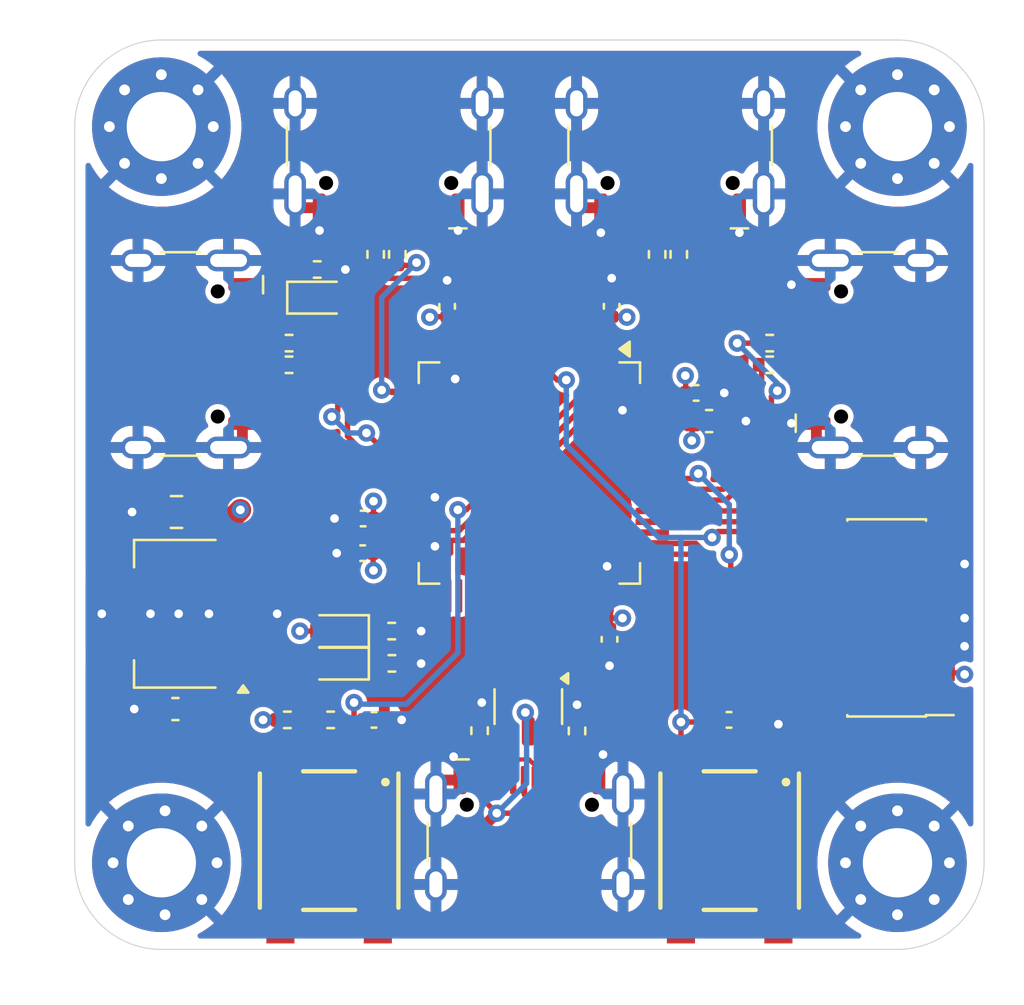
<source format=kicad_pcb>
(kicad_pcb (version 20241229) (generator "pcbnew") (generator_version "9.0")
  (layers (0 "F.Cu" signal) (4 "In1.Cu" signal) (6 "In2.Cu" signal) (2 "B.Cu" signal) (13 "F.Paste" user) (15 "B.Paste" user) (5 "F.SilkS" user "F.Silkscreen") (7 "B.SilkS" user "B.Silkscreen") (1 "F.Mask" user) (3 "B.Mask" user) (25 "Edge.Cuts" user))
  (net 0 "")
  (net 1 "GND")
  (net 2 "NRST")
  (net 3 "+3.3V")
  (net 4 "+5V")
  (net 5 "Net-(U1-PC13)")
  (net 6 "Net-(D1-K)")
  (net 7 "Net-(D2-K)")
  (net 8 "/LED")
  (net 9 "SWCLK")
  (net 10 "SWDIO")
  (net 11 "UART5_TX")
  (net 12 "Net-(D3-K)")
  (net 14 "SWO")
  (net 16 "UART5_RX")
  (net 17 "Net-(R1-Pad2)")
  (net 22 "USART1_TX")
  (net 26 "USART2_RX")
  (net 33 "USART4_RX")
  (net 34 "USART4_TX")
  (net 35 "USART1_RX")
  (net 48 "USART3_TX")
  (net 56 "USART3_RX")
  (net 60 "USART2_TX")
  (net 69 "Net-(J1-D+-PadA6)")
  (net 70 "Net-(J1-D--PadA7)")
  (net 71 "D+")
  (net 72 "D-")
  (net 74 "Net-(J2-D+-PadA6)")
  (net 76 "Net-(J2-D--PadA7)")
  (net 89 "USB_D+")
  (net 90 "USB_D-")
  (net 94 "Net-(J4-D+-PadA6)")
  (net 95 "Net-(J4-D--PadA7)")
  (net 96 "Net-(J5-D--PadA7)")
  (net 97 "Net-(J5-D+-PadA6)")
  (net 98 "Net-(J6-CC1)")
  (net 99 "Net-(J6-CC2)")
  (footprint "Capacitor_SMD:C_0402_1005Metric" (layer "F.Cu") (at 77.3 73.7 180)
    (property "Reference" "C8" (hide yes))
    (property "Value" "100n")
  )
  (footprint "MountingHole:MountingHole_3.2mm_M3_Pad_Via" (layer "F.Cu") (at 102 54)
    (property "Reference" "H2" (hide yes))
    (property "Value" "MH")
  )
  (footprint "Resistor_SMD:R_0402_1005Metric" (layer "F.Cu") (at 77.9 59.9 90)
    (property "Reference" "R7" (hide yes))
    (property "Value" "330")
  )
  (footprint "Connector_PinHeader_1.27mm:PinHeader_2x07_P1.27mm_Vertical_SMD" (layer "F.Cu") (at 101.5 76.69 180)
    (property "Reference" "J3" (hide yes))
    (property "Value" "629722000214")
  )
  (footprint "Capacitor_SMD:C_0402_1005Metric" (layer "F.Cu") (at 92.7 66.3)
    (property "Reference" "C6" (hide yes))
    (property "Value" "100n")
  )
  (footprint "Resistor_SMD:R_0402_1005Metric" (layer "F.Cu") (at 96.1 64)
    (property "Reference" "R11" (hide yes))
    (property "Value" "330")
  )
  (footprint "Capacitor_SMD:C_0402_1005Metric" (layer "F.Cu") (at 88.8 62.3 90)
    (property "Reference" "C4" (hide yes))
    (property "Value" "100n")
  )
  (footprint "430152043826:430152043826" (layer "F.Cu") (at 75.75 86.975 -90)
    (property "Reference" "SW2" (hide yes))
    (property "Value" "SW_Push")
  )
  (footprint "MountingHole:MountingHole_3.2mm_M3_Pad_Via" (layer "F.Cu") (at 102 88)
    (property "Reference" "H4" (hide yes))
    (property "Value" "MH")
  )
  (footprint "Connector_USB:USB_C_Receptacle_HCTL_HC-TYPE-C-16P-01A" (layer "F.Cu") (at 91.5 54 180)
    (property "Reference" "J4" (hide yes))
    (property "Value" "USB_C_Receptacle_USB2.0_14P")
  )
  (footprint "Capacitor_SMD:C_0402_1005Metric" (layer "F.Cu") (at 77.32 72.1 180)
    (property "Reference" "C9" (hide yes))
    (property "Value" "100n")
  )
  (footprint "LED_SMD:LED_0603_1608Metric" (layer "F.Cu") (at 76.1 77.3 180)
    (property "Reference" "D2" (hide yes))
    (property "Value" "LED_GREEN")
  )
  (footprint "Resistor_SMD:R_0402_1005Metric" (layer "F.Cu") (at 75.2 60.6)
    (property "Reference" "R3" (hide yes))
    (property "Value" "1k")
  )
  (footprint "Package_TO_SOT_SMD:SOT-223" (layer "F.Cu") (at 68.65 76.5 180)
    (property "Reference" "U2" (hide yes))
    (property "Value" "AZ1117CH2-3.3TRG1")
  )
  (footprint "Resistor_SMD:R_0402_1005Metric" (layer "F.Cu") (at 73.9 64)
    (property "Reference" "R4" (hide yes))
    (property "Value" "330")
  )
  (footprint "Resistor_SMD:R_0402_1005Metric" (layer "F.Cu") (at 91.9 59.9 -90)
    (property "Reference" "R8" (hide yes))
    (property "Value" "330")
  )
  (footprint "Package_TO_SOT_SMD:SOT-23-6" (layer "F.Cu") (at 84.949999 80.7875 -90)
    (property "Reference" "U3" (hide yes))
    (property "Value" "USBLC6-2SC6")
  )
  (footprint "Resistor_SMD:R_0402_1005Metric" (layer "F.Cu") (at 78.65 78.79)
    (property "Reference" "R13" (hide yes))
    (property "Value" "1k")
  )
  (footprint "Resistor_SMD:R_0402_1005Metric" (layer "F.Cu") (at 75.82 81.4 180)
    (property "Reference" "R2" (hide yes))
    (property "Value" "10k")
  )
  (footprint "Capacitor_SMD:C_0603_1608Metric" (layer "F.Cu") (at 68.65 80.9)
    (property "Reference" "C10" (hide yes))
    (property "Value" "10u")
  )
  (footprint "MountingHole:MountingHole_3.2mm_M3_Pad_Via" (layer "F.Cu") (at 68 54)
    (property "Reference" "H1" (hide yes))
    (property "Value" "MH")
  )
  (footprint "Connector_USB:USB_C_Receptacle_HCTL_HC-TYPE-C-16P-01A" (layer "F.Cu") (at 102 64.5 90)
    (property "Reference" "J5" (hide yes))
    (property "Value" "USB_C_Receptacle_USB2.0_14P")
  )
  (footprint "Resistor_SMD:R_0402_1005Metric" (layer "F.Cu") (at 73.82 81.4)
    (property "Reference" "R1" (hide yes))
    (property "Value" "10k")
  )
  (footprint "Connector_USB:USB_C_Receptacle_HCTL_HC-TYPE-C-16P-01A" (layer "F.Cu") (at 85 87.925)
    (property "Reference" "J6" (hide yes))
    (property "Value" "USB_C_Receptacle_USB2.0_14P")
  )
  (footprint "Capacitor_SMD:C_0402_1005Metric" (layer "F.Cu") (at 77.82 81.4)
    (property "Reference" "C5" (hide yes))
    (property "Value" "10n")
  )
  (footprint "Capacitor_SMD:C_0603_1608Metric" (layer "F.Cu") (at 93.3 67.6)
    (property "Reference" "C1" (hide yes))
    (property "Value" "4u7")
  )
  (footprint "LED_SMD:LED_0603_1608Metric" (layer "F.Cu") (at 76.1 78.8 180)
    (property "Reference" "D3" (hide yes))
    (property "Value" "LED_RED")
  )
  (footprint "Capacitor_SMD:C_0402_1005Metric" (layer "F.Cu") (at 94.22 81.4)
    (property "Reference" "C3" (hide yes))
    (property "Value" "100n")
  )
  (footprint "Resistor_SMD:R_0402_1005Metric" (layer "F.Cu") (at 78.9 59.9 -90)
    (property "Reference" "R6" (hide yes))
    (property "Value" "330")
  )
  (footprint "MountingHole:MountingHole_3.2mm_M3_Pad_Via" (layer "F.Cu") (at 68.171573 88)
    (property "Reference" "H3" (hide yes))
    (property "Value" "MH")
  )
  (footprint "430152043826:430152043826" (layer "F.Cu") (at 94.25 86.975 -90)
    (property "Reference" "SW1" (hide yes))
    (property "Value" "SW_Push")
  )
  (footprint "Connector_USB:USB_C_Receptacle_HCTL_HC-TYPE-C-16P-01A" (layer "F.Cu") (at 68 64.5 -90)
    (property "Reference" "J1" (hide yes))
    (property "Value" "USB_C_Receptacle_USB2.0_14P")
  )
  (footprint "Package_QFP:LQFP-64_10x10mm_P0.5mm" (layer "F.Cu") (at 85 70 -90)
    (property "Reference" "U1" (hide yes))
    (property "Value" "STM32G474RETx")
  )
  (footprint "Resistor_SMD:R_0402_1005Metric" (layer "F.Cu") (at 73.9 65 180)
    (property "Reference" "R5" (hide yes))
    (property "Value" "330")
  )
  (footprint "Resistor_SMD:R_0402_1005Metric" (layer "F.Cu") (at 78.64 77.3)
    (property "Reference" "R12" (hide yes))
    (property "Value" "1k")
  )
  (footprint "Connector_USB:USB_C_Receptacle_HCTL_HC-TYPE-C-16P-01A" (layer "F.Cu") (at 78.5 54 180)
    (property "Reference" "J2" (hide yes))
    (property "Value" "USB_C_Receptacle_USB2.0_14P")
  )
  (footprint "Capacitor_SMD:C_0402_1005Metric" (layer "F.Cu") (at 88.7 77.68 -90)
    (property "Reference" "C7" (hide yes))
    (property "Value" "100n")
  )
  (footprint "Resistor_SMD:R_0402_1005Metric" (layer "F.Cu") (at 96.1 65 180)
    (property "Reference" "R10" (hide yes))
    (property "Value" "330")
  )
  (footprint "Capacitor_SMD:C_0402_1005Metric" (layer "F.Cu") (at 81.2 62.3 90)
    (property "Reference" "C2" (hide yes))
    (property "Value" "100n")
  )
  (footprint "Resistor_SMD:R_0402_1005Metric" (layer "F.Cu") (at 87.2 81.91 -90)
    (property "Reference" "R15" (hide yes))
    (property "Value" "5k1")
  )
  (footprint "Resistor_SMD:R_0402_1005Metric" (layer "F.Cu") (at 90.9 59.9 90)
    (property "Reference" "R9" (hide yes))
    (property "Value" "330")
  )
  (footprint "LED_SMD:LED_0603_1608Metric" (layer "F.Cu") (at 75.3 61.9)
    (property "Reference" "D1" (hide yes))
    (property "Value" "LED_RED")
  )
  (footprint "Capacitor_SMD:C_0805_2012Metric" (layer "F.Cu") (at 68.7 71.8 180)
    (property "Reference" "C11" (hide yes))
    (property "Value" "22u")
  )
  (footprint "Resistor_SMD:R_0402_1005Metric" (layer "F.Cu") (at 82.7 81.9 -90)
    (property "Reference" "R14" (hide yes))
    (property "Value" "5k1")
  )
  (gr_line (start 64 88) (end 64 54) (stroke (width 0.05)) (layer "Edge.Cuts"))
  (gr_arc (start 102 50) (mid 104.828427 51.171573) (end 106 54) (stroke (width 0.05)) (layer "Edge.Cuts"))
  (gr_line (start 68 50) (end 102 50) (stroke (width 0.05)) (layer "Edge.Cuts"))
  (gr_line (start 106 54) (end 106 88) (stroke (width 0.05)) (layer "Edge.Cuts"))
  (gr_arc (start 106 88) (mid 104.828427 90.828427) (end 102 92) (stroke (width 0.05)) (layer "Edge.Cuts"))
  (gr_arc (start 64 54) (mid 65.171573 51.171573) (end 68 50) (stroke (width 0.05)) (layer "Edge.Cuts"))
  (gr_arc (start 68 92) (mid 65.171573 90.828427) (end 64 88) (stroke (width 0.05)) (layer "Edge.Cuts"))
  (gr_line (start 102 92) (end 68 92) (stroke (width 0.05)) (layer "Edge.Cuts"))
  (segment (start 105.06 77.96) (end 105.1 78) (width 0.25) (layer "F.Cu") (net 1))
  (segment (start 78 83) (end 78 81.7) (width 0.25) (layer "F.Cu") (net 1))
  (segment (start 79.99 78.79) (end 80 78.8) (width 0.25) (layer "F.Cu") (net 1))
  (segment (start 84.949999 80.039823) (end 85.610176 80.7) (width 0.25) (layer "F.Cu") (net 1))
  (segment (start 85.610176 80.7) (end 87.2 80.7) (width 0.25) (layer "F.Cu") (net 1))
  (segment (start 89.3 67.1) (end 89.3 67.011056) (width 0.25) (layer "F.Cu") (net 1))
  (segment (start 81.75 65.476485) (end 81.571571 65.654914) (width 0.25) (layer "F.Cu") (net 1))
  (segment (start 79.325 73.25) (end 80.50091 73.25) (width 0.25) (layer "F.Cu") (net 1))
  (segment (start 80.502681 71.249999) (end 80.634476 71.118204) (width 0.25) (layer "F.Cu") (net 1))
  (segment (start 89.561056 66.75) (end 90.675 66.75) (width 0.25) (layer "F.Cu") (net 1))
  (segment (start 89.3 67.011056) (end 89.561056 66.75) (width 0.25) (layer "F.Cu") (net 1))
  (segment (start 75.71 60.6) (end 76.5 60.6) (width 0.25) (layer "F.Cu") (net 1))
  (segment (start 96.5 83) (end 96.5 81.6) (width 0.25) (layer "F.Cu") (net 1))
  (segment (start 93.18 66.3) (end 94 66.3) (width 0.25) (layer "F.Cu") (net 1))
  (segment (start 88.7 78.16) (end 88.7 78.9) (width 0.25) (layer "F.Cu") (net 1))
  (segment (start 80.50091 73.25) (end 80.63615 73.38524) (width 0.25) (layer "F.Cu") (net 1))
  (segment (start 103.45 76.69) (end 105.09 76.69) (width 0.25) (layer "F.Cu") (net 1))
  (segment (start 75.306822 57.745) (end 75.306822 58.8) (width 0.25) (layer "F.Cu") (net 1))
  (segment (start 82.7 80.7) (end 82.8 80.6) (width 0.25) (layer "F.Cu") (net 1))
  (segment (start 84.949999 79.65) (end 84.949999 80.039823) (width 0.25) (layer "F.Cu") (net 1))
  (segment (start 78 81.7) (end 78.3 81.4) (width 0.25) (layer "F.Cu") (net 1))
  (segment (start 79.16 78.79) (end 79.99 78.79) (width 0.25) (layer "F.Cu") (net 1))
  (segment (start 88.3 57.745) (end 88.3 58.9) (width 0.25) (layer "F.Cu") (net 1))
  (segment (start 78.3 81.4) (end 79.1 81.4) (width 0.25) (layer "F.Cu") (net 1))
  (segment (start 98.255 67.7) (end 97.1 67.7) (width 0.25) (layer "F.Cu") (net 1))
  (segment (start 81.706822 57.745) (end 81.706822 58.8) (width 0.25) (layer "F.Cu") (net 1))
  (segment (start 67.875 80.9) (end 66.75 80.9) (width 0.25) (layer "F.Cu") (net 1))
  (segment (start 81.75 64.325) (end 81.75 65.476485) (width 0.25) (layer "F.Cu") (net 1))
  (segment (start 94.7 57.745) (end 94.7 58.9) (width 0.25) (layer "F.Cu") (net 1))
  (segment (start 67.75 71.8) (end 66.65 71.8) (width 0.25) (layer "F.Cu") (net 1))
  (segment (start 68.8 76.5) (end 67.5 76.5) (width 1) (layer "F.Cu") (net 1))
  (segment (start 88.8 61.82) (end 88.8 61) (width 0.25) (layer "F.Cu") (net 1))
  (segment (start 88.25 75.675) (end 88.25 74.642497) (width 0.25) (layer "F.Cu") (net 1))
  (segment (start 79.15 77.3) (end 80 77.3) (width 0.25) (layer "F.Cu") (net 1))
  (segment (start 94.075 67.6) (end 95 67.6) (width 0.25) (layer "F.Cu") (net 1))
  (segment (start 81.8 84.18) (end 81.8 83.4) (width 0.25) (layer "F.Cu") (net 1))
  (segment (start 65.3 76.5) (end 65.25 76.5) (width 0.25) (layer "F.Cu") (net 1))
  (segment (start 88.25 74.642497) (end 88.587065 74.305432) (width 0.25) (layer "F.Cu") (net 1))
  (segment (start 81.8 83.4) (end 81.5 83.1) (width 0.25) (layer "F.Cu") (net 1))
  (segment (start 67.5 76.5) (end 65.5 76.5) (width 1) (layer "F.Cu") (net 1))
  (segment (start 105.09 76.69) (end 105.1 76.7) (width 0.25) (layer "F.Cu") (net 1))
  (segment (start 105.05 74.15) (end 105.1 74.2) (width 0.25) (layer "F.Cu") (net 1))
  (segment (start 71.8 76.5) (end 70.2 76.5) (width 1) (layer "F.Cu") (net 1))
  (segment (start 88.2 84.18) (end 88.2 83.2) (width 0.25) (layer "F.Cu") (net 1))
  (segment (start 72 76.5) (end 73.35 76.5) (width 0.25) (layer "F.Cu") (net 1))
  (segment (start 81.2 61.82) (end 81.2 61.1) (width 0.25) (layer "F.Cu") (net 1))
  (segment (start 88.2 83.2) (end 88.4 83) (width 0.25) (layer "F.Cu") (net 1))
  (segment (start 76.84 72.1) (end 76 72.1) (width 0.25) (layer "F.Cu") (net 1))
  (segment (start 98.255 61.3) (end 97.1 61.3) (width 0.25) (layer "F.Cu") (net 1))
  (segment (start 87.2 81.4) (end 87.2 80.7) (width 0.25) (layer "F.Cu") (net 1))
  (segment (start 96.5 81.6) (end 94.9 81.6) (width 0.25) (layer "F.Cu") (net 1))
  (segment (start 76.82 73.7) (end 76.1 73.7) (width 0.25) (layer "F.Cu") (net 1))
  (segment (start 94.9 81.6) (end 94.7 81.4) (width 0.25) (layer "F.Cu") (net 1))
  (segment (start 103.45 74.15) (end 105.05 74.15) (width 0.25) (layer "F.Cu") (net 1))
  (segment (start 70.2 76.5) (end 68.8 76.5) (width 1) (layer "F.Cu") (net 1))
  (segment (start 82.7 81.39) (end 82.7 80.7) (width 0.25) (layer "F.Cu") (net 1))
  (segment (start 79.325 71.249999) (end 80.502681 71.249999) (width 0.25) (layer "F.Cu") (net 1))
  (segment (start 103.45 77.96) (end 105.06 77.96) (width 0.25) (layer "F.Cu") (net 1))
  (via (at 94 66.3) (size 0.8) (drill 0.4) (layers "F.Cu" "B.Cu") (net 1))
  (via (at 87.2 80.7) (size 0.8) (drill 0.4) (layers "F.Cu" "B.Cu") (net 1))
  (via (at 73.35 76.5) (size 0.8) (drill 0.4) (layers "F.Cu" "B.Cu") (net 1))
  (via (at 66.65 71.8) (size 0.8) (drill 0.4) (layers "F.Cu" "B.Cu") (net 1))
  (via (at 88.3 58.9) (size 0.8) (drill 0.4) (layers "F.Cu" "B.Cu") (net 1))
  (via (at 88.7 78.9) (size 0.8) (drill 0.4) (layers "F.Cu" "B.Cu") (net 1))
  (via (at 89.3 67.1) (size 0.8) (drill 0.4) (layers "F.Cu" "B.Cu") (net 1))
  (via (at 97.1 61.3) (size 0.8) (drill 0.4) (layers "F.Cu" "B.Cu") (net 1))
  (via (at 88.4 83) (size 0.8) (drill 0.4) (layers "F.Cu" "B.Cu") (net 1))
  (via (at 105.1 76.7) (size 0.8) (drill 0.4) (layers "F.Cu" "B.Cu") (net 1))
  (via (at 105.1 78) (size 0.8) (drill 0.4) (layers "F.Cu" "B.Cu") (net 1))
  (via (at 81.5 83.1) (size 0.8) (drill 0.4) (layers "F.Cu" "B.Cu") (net 1))
  (via (at 80.63615 73.38524) (size 0.8) (drill 0.4) (layers "F.Cu" "B.Cu") (net 1))
  (via (at 96.5 81.6) (size 0.8) (drill 0.4) (layers "F.Cu" "B.Cu") (net 1))
  (via (at 67.5 76.5) (size 0.8) (drill 0.4) (layers "F.Cu" "B.Cu") (net 1))
  (via (at 80 78.8) (size 0.8) (drill 0.4) (layers "F.Cu" "B.Cu") (net 1))
  (via (at 75.306822 58.8) (size 0.8) (drill 0.4) (layers "F.Cu" "B.Cu") (net 1))
  (via (at 81.706822 58.8) (size 0.8) (drill 0.4) (layers "F.Cu" "B.Cu") (net 1))
  (via (at 82.8 80.6) (size 0.8) (drill 0.4) (layers "F.Cu" "B.Cu") (net 1))
  (via (at 105.1 74.2) (size 0.8) (drill 0.4) (layers "F.Cu" "B.Cu") (net 1))
  (via (at 70.2 76.5) (size 0.8) (drill 0.4) (layers "F.Cu" "B.Cu") (net 1))
  (via (at 68.8 76.5) (size 0.8) (drill 0.4) (layers "F.Cu" "B.Cu") (net 1))
  (via (at 80.634476 71.118204) (size 0.8) (drill 0.4) (layers "F.Cu" "B.Cu") (net 1))
  (via (at 66.75 80.9) (size 0.8) (drill 0.4) (layers "F.Cu" "B.Cu") (net 1))
  (via (at 94.7 58.9) (size 0.8) (drill 0.4) (layers "F.Cu" "B.Cu") (net 1))
  (via (at 88.8 61) (size 0.8) (drill 0.4) (layers "F.Cu" "B.Cu") (net 1))
  (via (at 81.2 61.1) (size 0.8) (drill 0.4) (layers "F.Cu" "B.Cu") (net 1))
  (via (at 97.1 67.7) (size 0.8) (drill 0.4) (layers "F.Cu" "B.Cu") (net 1))
  (via (at 80 77.3) (size 0.8) (drill 0.4) (layers "F.Cu" "B.Cu") (net 1))
  (via (at 76.5 60.6) (size 0.8) (drill 0.4) (layers "F.Cu" "B.Cu") (net 1))
  (via (at 88.587065 74.305432) (size 0.8) (drill 0.4) (layers "F.Cu" "B.Cu") (net 1))
  (via (at 65.25 76.5) (size 0.8) (drill 0.4) (layers "F.Cu" "B.Cu") (net 1))
  (via (at 95 67.6) (size 0.8) (drill 0.4) (layers "F.Cu" "B.Cu") (net 1))
  (via (at 76.1 73.7) (size 0.8) (drill 0.4) (layers "F.Cu" "B.Cu") (net 1))
  (via (at 76 72.1) (size 0.8) (drill 0.4) (layers "F.Cu" "B.Cu") (net 1))
  (via (at 81.571571 65.654914) (size 0.8) (drill 0.4) (layers "F.Cu" "B.Cu") (net 1))
  (via (at 79.1 81.4) (size 0.8) (drill 0.4) (layers "F.Cu" "B.Cu") (net 1))
  (segment (start 92 83) (end 92 81.5) (width 0.25) (layer "F.Cu") (net 2))
  (segment (start 93.712113 72.701) (end 93.438114 72.974999) (width 0.25) (layer "F.Cu") (net 2))
  (segment (start 86.280821 65.7) (end 86.702557 65.7) (width 0.25) (layer "F.Cu") (net 2))
  (segment (start 92 81.5) (end 93.64 81.5) (width 0.25) (layer "F.Cu") (net 2))
  (segment (start 97.26319 72.701) (end 93.712113 72.701) (width 0.25) (layer "F.Cu") (net 2))
  (segment (start 99.55 74.15) (end 98.71219 74.15) (width 0.25) (layer "F.Cu") (net 2))
  (segment (start 85.75 65.169179) (end 86.280821 65.7) (width 0.25) (layer "F.Cu") (net 2))
  (segment (start 85.75 64.325) (end 85.75 65.169179) (width 0.25) (layer "F.Cu") (net 2))
  (segment (start 98.71219 74.15) (end 97.26319 72.701) (width 0.25) (layer "F.Cu") (net 2))
  (segment (start 93.64 81.5) (end 93.74 81.4) (width 0.25) (layer "F.Cu") (net 2))
  (via (at 93.438114 72.974999) (size 0.8) (drill 0.4) (layers "F.Cu" "B.Cu") (net 2))
  (via (at 86.702557 65.7) (size 0.8) (drill 0.4) (layers "F.Cu" "B.Cu") (net 2))
  (via (at 92 81.5) (size 0.8) (drill 0.4) (layers "F.Cu" "B.Cu") (net 2))
  (segment (start 93.438114 72.974999) (end 92 72.974999) (width 0.25) (layer "B.Cu") (net 2))
  (segment (start 86.702557 68.702557) (end 86.702557 65.7) (width 0.25) (layer "B.Cu") (net 2))
  (segment (start 92 72.974999) (end 90.974999 72.974999) (width 0.25) (layer "B.Cu") (net 2))
  (segment (start 90.974999 72.974999) (end 86.702557 68.702557) (width 0.25) (layer "B.Cu") (net 2))
  (segment (start 92 81.5) (end 92 72.974999) (width 0.25) (layer "B.Cu") (net 2))
  (segment (start 88.8 64.274999) (end 88.749999 64.325) (width 0.25) (layer "F.Cu") (net 3))
  (segment (start 70.6 72.75) (end 72 74.15) (width 1) (layer "F.Cu") (net 3))
  (segment (start 88.749999 77.150001) (end 88.749999 76.7) (width 0.25) (layer "F.Cu") (net 3))
  (segment (start 103.45 79.23) (end 105.03 79.23) (width 0.25) (layer "F.Cu") (net 3))
  (segment (start 81.2 64.274999) (end 81.250001 64.325) (width 0.25) (layer "F.Cu") (net 3))
  (segment (start 81.2 62.78) (end 81.2 64.274999) (width 0.25) (layer "F.Cu") (net 3))
  (segment (start 81.2 62.78) (end 80.42 62.78) (width 0.25) (layer "F.Cu") (net 3))
  (segment (start 88.8 62.78) (end 89.48 62.78) (width 0.25) (layer "F.Cu") (net 3))
  (segment (start 70.6 72.75) (end 71.65 71.7) (width 1) (layer "F.Cu") (net 3))
  (segment (start 88.8 62.78) (end 88.8 64.274999) (width 0.25) (layer "F.Cu") (net 3))
  (segment (start 92.22 67.295) (end 92.525 67.6) (width 0.25) (layer "F.Cu") (net 3))
  (segment (start 105.03 79.23) (end 105.1 79.3) (width 0.25) (layer "F.Cu") (net 3))
  (segment (start 88.7 77.2) (end 88.749999 77.150001) (width 0.25) (layer "F.Cu") (net 3))
  (segment (start 77.78 74.48) (end 77.8 74.5) (width 0.25) (layer "F.Cu") (net 3))
  (segment (start 89.48 62.78) (end 89.5 62.8) (width 0.25) (layer "F.Cu") (net 3))
  (segment (start 80.42 62.78) (end 80.4 62.8) (width 0.25) (layer "F.Cu") (net 3))
  (segment (start 92.22 66.3) (end 92.22 65.52) (width 0.25) (layer "F.Cu") (net 3))
  (segment (start 73.31 81.4) (end 72.7 81.4) (width 0.25) (layer "F.Cu") (net 3))
  (segment (start 77.78 73.7) (end 77.78 74.48) (width 0.25) (layer "F.Cu") (net 3))
  (segment (start 88.749999 76.7) (end 88.749999 75.675) (width 0.25) (layer "F.Cu") (net 3))
  (segment (start 79.325 72.25) (end 77.95 72.25) (width 0.25) (layer "F.Cu") (net 3))
  (segment (start 92.525 67.6) (end 92.525 68.475) (width 0.25) (layer "F.Cu") (net 3))
  (segment (start 92.22 66.3) (end 92.170001 66.250001) (width 0.25) (layer "F.Cu") (net 3))
  (segment (start 92.22 66.3) (end 92.22 67.295) (width 0.25) (layer "F.Cu") (net 3))
  (segment (start 88.749999 76.7) (end 89.3 76.7) (width 0.25) (layer "F.Cu") (net 3))
  (segment (start 77.95 72.25) (end 77.8 72.1) (width 0.25) (layer "F.Cu") (net 3))
  (segment (start 69.65 71.8) (end 70.6 72.75) (width 1) (layer "F.Cu") (net 3))
  (segment (start 72 74.15) (end 72 74.2) (width 0.25) (layer "F.Cu") (net 3))
  (segment (start 92.525 68.475) (end 92.5 68.5) (width 0.25) (layer "F.Cu") (net 3))
  (segment (start 92.170001 66.250001) (end 90.675 66.250001) (width 0.25) (layer "F.Cu") (net 3))
  (segment (start 75.3125 77.3) (end 74.4 77.3) (width 0.25) (layer "F.Cu") (net 3))
  (segment (start 77.78 73.7) (end 77.829999 73.749999) (width 0.25) (layer "F.Cu") (net 3))
  (segment (start 92.22 65.52) (end 92.2 65.5) (width 0.25) (layer "F.Cu") (net 3))
  (segment (start 77.8 72.1) (end 77.8 71.3) (width 0.25) (layer "F.Cu") (net 3))
  (segment (start 77.829999 73.749999) (end 79.325 73.749999) (width 0.25) (layer "F.Cu") (net 3))
  (via (at 77.8 74.5) (size 0.8) (drill 0.4) (layers "F.Cu" "B.Cu") (net 3))
  (via (at 80.4 62.8) (size 0.8) (drill 0.4) (layers "F.Cu" "B.Cu") (net 3))
  (via (at 92.5 68.5) (size 0.8) (drill 0.4) (layers "F.Cu" "B.Cu") (net 3))
  (via (at 89.5 62.8) (size 0.8) (drill 0.4) (layers "F.Cu" "B.Cu") (net 3))
  (via (at 74.4 77.3) (size 0.8) (drill 0.4) (layers "F.Cu" "B.Cu") (net 3))
  (via (at 89.3 76.7) (size 0.8) (drill 0.4) (layers "F.Cu" "B.Cu") (net 3))
  (via (at 72.7 81.4) (size 0.8) (drill 0.4) (layers "F.Cu" "B.Cu") (net 3))
  (via (at 77.8 71.3) (size 0.8) (drill 0.4) (layers "F.Cu" "B.Cu") (net 3))
  (via (at 71.65 71.7) (size 0.8) (drill 0.4) (layers "F.Cu" "B.Cu") (net 3))
  (via (at 92.2 65.5) (size 0.8) (drill 0.4) (layers "F.Cu" "B.Cu") (net 3))
  (via (at 105.1 79.3) (size 0.8) (drill 0.4) (layers "F.Cu" "B.Cu") (net 3))
  (segment (start 69.9 80.9) (end 69.425 80.9) (width 1) (layer "F.Cu") (net 4))
  (segment (start 83.492046 85.710682) (end 82.502728 86.7) (width 0.5) (layer "F.Cu") (net 4))
  (segment (start 69.425 82.625) (end 69.425 80.9) (width 0.5) (layer "F.Cu") (net 4))
  (segment (start 82.6 84.818636) (end 82.6 84.18) (width 0.25) (layer "F.Cu") (net 4))
  (segment (start 73.5 86.7) (end 69.425 82.625) (width 0.5) (layer "F.Cu") (net 4))
  (segment (start 75.3125 78.8) (end 71.8 78.8) (width 0.25) (layer "F.Cu") (net 4))
  (segment (start 84.81186 81.055619) (end 84.949999 81.193758) (width 0.25) (layer "F.Cu") (net 4))
  (segment (start 86.507954 85.710682) (end 83.492046 85.710682) (width 0.25) (layer "F.Cu") (net 4))
  (segment (start 87.4 84.818636) (end 86.507954 85.710682) (width 0.25) (layer "F.Cu") (net 4))
  (segment (start 87.4 84.18) (end 87.4 84.818636) (width 0.25) (layer "F.Cu") (net 4))
  (segment (start 82.502728 86.7) (end 73.5 86.7) (width 0.5) (layer "F.Cu") (net 4))
  (segment (start 72 78.8) (end 69.9 80.9) (width 1) (layer "F.Cu") (net 4))
  (segment (start 83.492046 85.710682) (end 82.6 84.818636) (width 0.25) (layer "F.Cu") (net 4))
  (segment (start 84.949999 81.193758) (end 84.949999 81.925) (width 0.25) (layer "F.Cu") (net 4))
  (via (at 84.81186 81.055619) (size 0.8) (drill 0.4) (layers "F.Cu" "B.Cu") (net 4))
  (via (at 83.492046 85.710682) (size 0.8) (drill 0.4) (layers "F.Cu" "B.Cu") (net 4))
  (segment (start 84.81186 81.055619) (end 84.870343 81.114102) (width 0.25) (layer "B.Cu") (net 4))
  (segment (start 84.870343 84.332385) (end 83.492046 85.710682) (width 0.25) (layer "B.Cu") (net 4))
  (segment (start 84.870343 81.114102) (end 84.870343 84.332385) (width 0.25) (layer "B.Cu") (net 4))
  (segment (start 76.7 81.4) (end 76.33 81.4) (width 0.25) (layer "F.Cu") (net 5))
  (segment (start 77.34 81.4) (end 76.9 81.4) (width 0.25) (layer "F.Cu") (net 5))
  (segment (start 82.084432 71.696935) (end 88.25 65.531367) (width 0.25) (layer "F.Cu") (net 5))
  (segment (start 81.696935 71.696935) (end 82.084432 71.696935) (width 0.25) (layer "F.Cu") (net 5))
  (segment (start 76.9 81.4) (end 76.9 80.6) (width 0.25) (layer "F.Cu") (net 5))
  (segment (start 88.25 65.531367) (end 88.25 64.325) (width 0.25) (layer "F.Cu") (net 5))
  (segment (start 76.9 81.4) (end 76.7 81.4) (width 0.25) (layer "F.Cu") (net 5))
  (via (at 81.696935 71.696935) (size 0.8) (drill 0.4) (layers "F.Cu" "B.Cu") (net 5))
  (via (at 76.9 80.6) (size 0.8) (drill 0.4) (layers "F.Cu" "B.Cu") (net 5))
  (segment (start 81.696935 71.696935) (end 81.696935 78.303065) (width 0.25) (layer "B.Cu") (net 5))
  (segment (start 81.696935 78.303065) (end 79.326 80.674) (width 0.25) (layer "B.Cu") (net 5))
  (segment (start 76.974 80.674) (end 76.9 80.6) (width 0.25) (layer "B.Cu") (net 5))
  (segment (start 79.326 80.674) (end 79 80.674) (width 0.25) (layer "B.Cu") (net 5))
  (segment (start 79 80.674) (end 76.974 80.674) (width 0.25) (layer "B.Cu") (net 5))
  (segment (start 74.69 60.6) (end 74.69 61.7225) (width 0.25) (layer "F.Cu") (net 6))
  (segment (start 74.69 61.7225) (end 74.5125 61.9) (width 0.25) (layer "F.Cu") (net 6))
  (segment (start 76.8875 77.3) (end 78.13 77.3) (width 0.25) (layer "F.Cu") (net 7))
  (segment (start 77.2 63.0125) (end 76.0875 61.9) (width 0.25) (layer "F.Cu") (net 8))
  (segment (start 79.325 67.75) (end 78.480822 67.75) (width 0.25) (layer "F.Cu") (net 8))
  (segment (start 77.2 66.469178) (end 77.2 63.0125) (width 0.25) (layer "F.Cu") (net 8))
  (segment (start 78.480822 67.75) (end 77.2 66.469178) (width 0.25) (layer "F.Cu") (net 8))
  (segment (start 93.851 75.38881) (end 95.60319 77.141) (width 0.25) (layer "F.Cu") (net 9))
  (segment (start 98.06 77.96) (end 99.55 77.96) (width 0.25) (layer "F.Cu") (net 9))
  (segment (start 97.241 77.141) (end 98.06 77.96) (width 0.25) (layer "F.Cu") (net 9))
  (segment (start 93.505558 74.069162) (end 93.851 74.414604) (width 0.25) (layer "F.Cu") (net 9))
  (segment (start 92.68781 73.25) (end 93.505558 74.067748) (width 0.25) (layer "F.Cu") (net 9))
  (segment (start 93.851 74.414604) (end 93.851 75.38881) (width 0.25) (layer "F.Cu") (net 9))
  (segment (start 93.505558 74.067748) (end 93.505558 74.069162) (width 0.25) (layer "F.Cu") (net 9))
  (segment (start 95.60319 77.141) (end 97.241 77.141) (width 0.25) (layer "F.Cu") (net 9))
  (segment (start 90.699 73.226) (end 90.675 73.25) (width 0.25) (layer "F.Cu") (net 9))
  (segment (start 90.675 73.25) (end 92.68781 73.25) (width 0.25) (layer "F.Cu") (net 9))
  (segment (start 90.675 73.749999) (end 90.698999 73.726) (width 0.25) (layer "F.Cu") (net 10))
  (segment (start 93.4 74.601414) (end 93.4 75.57562) (width 0.25) (layer "F.Cu") (net 10))
  (segment (start 98.33 79.23) (end 99.55 79.23) (width 0.25) (layer "F.Cu") (net 10))
  (segment (start 90.675 73.749999) (end 92.549999 73.749999) (width 0.25) (layer "F.Cu") (net 10))
  (segment (start 92.549999 73.749999) (end 93.054558 74.254558) (width 0.25) (layer "F.Cu") (net 10))
  (segment (start 93.054558 74.254558) (end 93.054558 74.255972) (width 0.25) (layer "F.Cu") (net 10))
  (segment (start 93.4 75.57562) (end 95.41638 77.592) (width 0.25) (layer "F.Cu") (net 10))
  (segment (start 95.41638 77.592) (end 96.692 77.592) (width 0.25) (layer "F.Cu") (net 10))
  (segment (start 93.054558 74.255972) (end 93.4 74.601414) (width 0.25) (layer "F.Cu") (net 10))
  (segment (start 96.692 77.592) (end 98.33 79.23) (width 0.25) (layer "F.Cu") (net 10))
  (segment (start 94.087811 71.249999) (end 96.177 69.16081) (width 0.25) (layer "F.Cu") (net 11))
  (segment (start 96.177 66.474) (end 96.451 66.2) (width 0.25) (layer "F.Cu") (net 11))
  (segment (start 96.177 69.16081) (end 96.177 66.474) (width 0.25) (layer "F.Cu") (net 11))
  (segment (start 94.6 64) (end 95.59 64) (width 0.25) (layer "F.Cu") (net 11))
  (segment (start 90.675 71.249999) (end 94.087811 71.249999) (width 0.25) (layer "F.Cu") (net 11))
  (via (at 96.451 66.2) (size 0.8) (drill 0.4) (layers "F.Cu" "B.Cu") (net 11))
  (via (at 94.6 64) (size 0.8) (drill 0.4) (layers "F.Cu" "B.Cu") (net 11))
  (segment (start 96.451 65.851) (end 94.6 64) (width 0.25) (layer "B.Cu") (net 11))
  (segment (start 96.451 66.2) (end 96.451 65.851) (width 0.25) (layer "B.Cu") (net 11))
  (segment (start 76.8875 78.8) (end 78.13 78.8) (width 0.25) (layer "F.Cu") (net 12))
  (segment (start 78.13 78.8) (end 78.14 78.79) (width 0.25) (layer "F.Cu") (net 12))
  (segment (start 95.79 76.69) (end 94.302 75.202) (width 0.25) (layer "F.Cu") (net 14))
  (segment (start 99.55 76.69) (end 95.79 76.69) (width 0.25) (layer "F.Cu") (net 14))
  (segment (start 94.302 73.838884) (end 94.231558 73.768442) (width 0.25) (layer "F.Cu") (net 14))
  (segment (start 94.302 75.202) (end 94.302 73.838884) (width 0.25) (layer "F.Cu") (net 14))
  (segment (start 92.575 70.25) (end 90.675 70.25) (width 0.25) (layer "F.Cu") (net 14))
  (segment (start 92.8 70.025) (end 92.575 70.25) (width 0.25) (layer "F.Cu") (net 14))
  (via (at 92.8 70.025) (size 0.8) (drill 0.4) (layers "F.Cu" "B.Cu") (net 14))
  (via (at 94.231558 73.768442) (size 0.8) (drill 0.4) (layers "F.Cu" "B.Cu") (net 14))
  (segment (start 94.231558 71.456558) (end 92.8 70.025) (width 0.25) (layer "B.Cu") (net 14))
  (segment (start 94.231558 73.768442) (end 94.231558 71.456558) (width 0.25) (layer "B.Cu") (net 14))
  (segment (start 90.675 70.75) (end 93.95 70.75) (width 0.25) (layer "F.Cu") (net 16))
  (segment (start 93.95 70.75) (end 95.726 68.974) (width 0.25) (layer "F.Cu") (net 16))
  (segment (start 95.726 65.136) (end 95.59 65) (width 0.25) (layer "F.Cu") (net 16))
  (segment (start 95.726 68.974) (end 95.726 65.136) (width 0.25) (layer "F.Cu") (net 16))
  (segment (start 74.33 81.4) (end 74.33 82.17) (width 0.25) (layer "F.Cu") (net 17))
  (segment (start 75.31 81.4) (end 74.33 81.4) (width 0.25) (layer "F.Cu") (net 17))
  (segment (start 74.33 82.17) (end 73.5 83) (width 0.25) (layer "F.Cu") (net 17))
  (segment (start 79.325 68.750001) (end 78.075307 68.750001) (width 0.25) (layer "F.Cu") (net 22))
  (segment (start 75.749 64.7) (end 74.71 64.7) (width 0.25) (layer "F.Cu") (net 22))
  (segment (start 75.875 67.4) (end 76.149 67.126) (width 0.25) (layer "F.Cu") (net 22))
  (segment (start 74.71 64.7) (end 74.41 65) (width 0.25) (layer "F.Cu") (net 22))
  (segment (start 76.149 65.1) (end 75.749 64.7) (width 0.25) (layer "F.Cu") (net 22))
  (segment (start 76.149 67.126) (end 76.149 65.1) (width 0.25) (layer "F.Cu") (net 22))
  (segment (start 78.075307 68.750001) (end 77.475153 68.149847) (width 0.25) (layer "F.Cu") (net 22))
  (via (at 75.875 67.4) (size 0.8) (drill 0.4) (layers "F.Cu" "B.Cu") (net 22))
  (via (at 77.475153 68.149847) (size 0.8) (drill 0.4) (layers "F.Cu" "B.Cu") (net 22))
  (segment (start 77.475153 68.149847) (end 76.624847 68.149847) (width 0.25) (layer "B.Cu") (net 22))
  (segment (start 76.624847 68.149847) (end 75.875 67.4) (width 0.25) (layer "B.Cu") (net 22))
  (segment (start 78.906822 60.41) (end 79.201353 60.41) (width 0.25) (layer "F.Cu") (net 26))
  (segment (start 79.658347 60.41) (end 79.787347 60.281) (width 0.25) (layer "F.Cu") (net 26))
  (segment (start 79.325 66.250001) (end 78.256369 66.250001) (width 0.25) (layer "F.Cu") (net 26))
  (segment (start 78.256369 66.250001) (end 78.175785 66.169417) (width 0.25) (layer "F.Cu") (net 26))
  (segment (start 78.9 60.41) (end 79.658347 60.41) (width 0.25) (layer "F.Cu") (net 26))
  (via (at 78.175785 66.169417) (size 0.8) (drill 0.4) (layers "F.Cu" "B.Cu") (net 26))
  (via (at 79.787347 60.281) (size 0.8) (drill 0.4) (layers "F.Cu" "B.Cu") (net 26))
  (segment (start 78.175785 66.169417) (end 78.175785 61.892562) (width 0.25) (layer "B.Cu") (net 26))
  (segment (start 78.175785 61.892562) (end 79.787347 60.281) (width 0.25) (layer "B.Cu") (net 26))
  (segment (start 90.675 71.75) (end 101.05 71.75) (width 0.25) (layer "F.Cu") (net 33))
  (segment (start 102.18 72.88) (end 103.45 72.88) (width 0.25) (layer "F.Cu") (net 33))
  (segment (start 101.05 71.75) (end 102.18 72.88) (width 0.25) (layer "F.Cu") (net 33))
  (segment (start 90.675 72.25) (end 97.45 72.25) (width 0.25) (layer "F.Cu") (net 34))
  (segment (start 97.45 72.25) (end 98.08 72.88) (width 0.25) (layer "F.Cu") (net 34))
  (segment (start 98.08 72.88) (end 99.55 72.88) (width 0.25) (layer "F.Cu") (net 34))
  (segment (start 76.601 67.70072) (end 76.6 67.70172) (width 0.25) (layer "F.Cu") (net 35))
  (segment (start 76.6 67.09828) (end 76.601 67.09928) (width 0.25) (layer "F.Cu") (net 35))
  (segment (start 76.6 68.3) (end 77.55 69.25) (width 0.25) (layer "F.Cu") (net 35))
  (segment (start 76.6 64.91319) (end 76.6 67.09828) (width 0.25) (layer "F.Cu") (net 35))
  (segment (start 77.55 69.25) (end 79.325 69.25) (width 0.25) (layer "F.Cu") (net 35))
  (segment (start 76.6 67.70172) (end 76.6 68.3) (width 0.25) (layer "F.Cu") (net 35))
  (segment (start 75.93581 64.249) (end 76.6 64.91319) (width 0.25) (layer "F.Cu") (net 35))
  (segment (start 76.601 67.09928) (end 76.601 67.70072) (width 0.25) (layer "F.Cu") (net 35))
  (segment (start 74.41 64) (end 74.659 64.249) (width 0.25) (layer "F.Cu") (net 35))
  (segment (start 74.659 64.249) (end 75.93581 64.249) (width 0.25) (layer "F.Cu") (net 35))
  (segment (start 81.759937 72.65924) (end 80.33543 72.65924) (width 0.25) (layer "F.Cu") (net 48))
  (segment (start 90.259588 64.159588) (end 90.9 63.519176) (width 0.25) (layer "F.Cu") (net 48))
  (segment (start 90.9 63.519176) (end 90.9 60.41) (width 0.25) (layer "F.Cu") (net 48))
  (segment (start 90.259588 64.159588) (end 81.759937 72.65924) (width 0.25) (layer "F.Cu") (net 48))
  (segment (start 80.33543 72.65924) (end 80.24467 72.75) (width 0.25) (layer "F.Cu") (net 48))
  (segment (start 80.24467 72.75) (end 79.325 72.75) (width 0.25) (layer "F.Cu") (net 48))
  (segment (start 90.4 64.019177) (end 90.259588 64.159588) (width 0.25) (layer "F.Cu") (net 48))
  (segment (start 81.36215 73.11024) (end 81.36215 73.68596) (width 0.25) (layer "F.Cu") (net 56))
  (segment (start 91.9 60.41) (end 91.9 60.5) (width 0.25) (layer "F.Cu") (net 56))
  (segment (start 91.9 60.5) (end 91.351 61.049) (width 0.25) (layer "F.Cu") (net 56))
  (segment (start 81.250001 73.798109) (end 81.250001 75.675) (width 0.25) (layer "F.Cu") (net 56))
  (segment (start 91.351 63.705986) (end 81.946747 73.11024) (width 0.25) (layer "F.Cu") (net 56))
  (segment (start 91.351 61.049) (end 91.351 63.705986) (width 0.25) (layer "F.Cu") (net 56))
  (segment (start 81.946747 73.11024) (end 81.36215 73.11024) (width 0.25) (layer "F.Cu") (net 56))
  (segment (start 81.36215 73.68596) (end 81.250001 73.798109) (width 0.25) (layer "F.Cu") (net 56))
  (segment (start 81.50072 60.374) (end 82.25 61.12328) (width 0.25) (layer "F.Cu") (net 60))
  (segment (start 80.094 61.006) (end 78.496 61.006) (width 0.25) (layer "F.Cu") (net 60))
  (segment (start 80.726 60.374) (end 81.50072 60.374) (width 0.25) (layer "F.Cu") (net 60))
  (segment (start 80.726 60.374) (end 80.094 61.006) (width 0.25) (layer "F.Cu") (net 60))
  (segment (start 78.496 61.006) (end 77.9 60.41) (width 0.25) (layer "F.Cu") (net 60))
  (segment (start 82.25 61.12328) (end 82.25 64.325) (width 0.25) (layer "F.Cu") (net 60))
  (segment (start 73.14 65.25) (end 71.745 65.25) (width 0.25) (layer "F.Cu") (net 69))
  (segment (start 73.39 65) (end 73.14 65.25) (width 0.25) (layer "F.Cu") (net 69))
  (segment (start 71.745 65.25) (end 71.025822 65.25) (width 0.25) (layer "F.Cu") (net 69))
  (segment (start 71.025822 65.25) (end 70.769 64.993178) (width 0.25) (layer "F.Cu") (net 69))
  (segment (start 70.769 64.993178) (end 70.769 64.506822) (width 0.25) (layer "F.Cu") (net 69))
  (segment (start 71.025822 64.25) (end 71.745 64.25) (width 0.25) (layer "F.Cu") (net 69))
  (segment (start 70.769 64.506822) (end 71.025822 64.25) (width 0.25) (layer "F.Cu") (net 69))
  (segment (start 72.921 64) (end 72.721 64.2) (width 0.25) (layer "F.Cu") (net 70))
  (segment (start 72.464178 63.75) (end 71.745 63.75) (width 0.25) (layer "F.Cu") (net 70))
  (segment (start 72.721 64.493178) (end 72.721 64.2) (width 0.25) (layer "F.Cu") (net 70))
  (segment (start 71.745 64.75) (end 72.464178 64.75) (width 0.25) (layer "F.Cu") (net 70))
  (segment (start 72.721 64.2) (end 72.721 64.006822) (width 0.25) (layer "F.Cu") (net 70))
  (segment (start 72.464178 64.75) (end 72.721 64.493178) (width 0.25) (layer "F.Cu") (net 70))
  (segment (start 72.721 64.006822) (end 72.464178 63.75) (width 0.25) (layer "F.Cu") (net 70))
  (segment (start 73.39 64) (end 72.921 64) (width 0.25) (layer "F.Cu") (net 70))
  (segment (start 84.75 84.18) (end 84.75 84.863824) (width 0.2) (layer "F.Cu") (net 71))
  (segment (start 85.482824 85.131) (end 85.75 84.863824) (width 0.2) (layer "F.Cu") (net 71))
  (segment (start 85.017176 85.131) (end 85.482824 85.131) (width 0.2) (layer "F.Cu") (net 71))
  (segment (start 84.75 84.863824) (end 85.017176 85.131) (width 0.2) (layer "F.Cu") (net 71))
  (segment (start 85.75 82.074998) (end 85.899998 81.925) (width 0.2) (layer "F.Cu") (net 71))
  (segment (start 85.75 84.18) (end 85.75 82.074998) (width 0.2) (layer "F.Cu") (net 71))
  (segment (start 85.75 84.863824) (end 85.75 84.18) (width 0.2) (layer "F.Cu") (net 71))
  (segment (start 84.25 84.18) (end 84.25 83.496176) (width 0.2) (layer "F.Cu") (net 72))
  (segment (start 85.25 83.496176) (end 85.25 84.18) (width 0.2) (layer "F.Cu") (net 72))
  (segment (start 84.25 83.496176) (end 84.517176 83.229) (width 0.2) (layer "F.Cu") (net 72))
  (segment (start 84 81.925) (end 84.25 82.175) (width 0.2) (layer "F.Cu") (net 72))
  (segment (start 84.25 82.175) (end 84.25 84.18) (width 0.2) (layer "F.Cu") (net 72))
  (segment (start 84.517176 83.229) (end 84.982824 83.229) (width 0.2) (layer "F.Cu") (net 72))
  (segment (start 84.982824 83.229) (end 85.25 83.496176) (width 0.2) (layer "F.Cu") (net 72))
  (segment (start 78.75 57.745) (end 78.75 57.025822) (width 0.25) (layer "F.Cu") (net 74))
  (segment (start 78.006822 56.769) (end 77.75 57.025822) (width 0.25) (layer "F.Cu") (net 74))
  (segment (start 78.75 57.025822) (end 78.493178 56.769) (width 0.25) (layer "F.Cu") (net 74))
  (segment (start 77.9 59.39) (end 77.75 59.24) (width 0.25) (layer "F.Cu") (net 74))
  (segment (start 77.75 57.025822) (end 77.75 57.745) (width 0.25) (layer "F.Cu") (net 74))
  (segment (start 78.493178 56.769) (end 78.006822 56.769) (width 0.25) (layer "F.Cu") (net 74))
  (segment (start 77.75 59.24) (end 77.75 57.745) (width 0.25) (layer "F.Cu") (net 74))
  (segment (start 78.993178 58.721) (end 79.25 58.464178) (width 0.25) (layer "F.Cu") (net 76))
  (segment (start 79.25 58.464178) (end 79.25 57.745) (width 0.25) (layer "F.Cu") (net 76))
  (segment (start 78.25 57.745) (end 78.25 58.464178) (width 0.25) (layer "F.Cu") (net 76))
  (segment (start 78.506822 58.721) (end 78.993178 58.721) (width 0.25) (layer "F.Cu") (net 76))
  (segment (start 78.25 58.464178) (end 78.506822 58.721) (width 0.25) (layer "F.Cu") (net 76))
  (segment (start 78.9 58.814178) (end 78.993178 58.721) (width 0.25) (layer "F.Cu") (net 76))
  (segment (start 78.9 59.39) (end 78.9 58.814178) (width 0.25) (layer "F.Cu") (net 76))
  (segment (start 87.75 75.675) (end 87.75 76.837501) (width 0.2) (layer "F.Cu") (net 89))
  (segment (start 87.725 76.862501) (end 87.725 77.251641) (width 0.2) (layer "F.Cu") (net 89))
  (segment (start 87.725 77.251641) (end 86.951641 78.025) (width 0.2) (layer "F.Cu") (net 89))
  (segment (start 85.174999 78.562501) (end 85.899998 79.2875) (width 0.2) (layer "F.Cu") (net 89))
  (segment (start 85.899998 79.2875) (end 85.899998 79.65) (width 0.2) (layer "F.Cu") (net 89))
  (segment (start 85.174999 78.43336) (end 85.174999 78.562501) (width 0.2) (layer "F.Cu") (net 89))
  (segment (start 87.75 76.837501) (end 87.725 76.862501) (width 0.2) (layer "F.Cu") (net 89))
  (segment (start 85.583359 78.025) (end 85.174999 78.43336) (width 0.2) (layer "F.Cu") (net 89))
  (segment (start 86.951641 78.025) (end 85.583359 78.025) (width 0.2) (layer "F.Cu") (net 89))
  (segment (start 87.275 77.065245) (end 86.765245 77.575) (width 0.2) (layer "F.Cu") (net 90))
  (segment (start 84.724999 78.562501) (end 84 79.2875) (width 0.2) (layer "F.Cu") (net 90))
  (segment (start 87.25 75.675) (end 87.25 76.837501) (width 0.2) (layer "F.Cu") (net 90))
  (segment (start 85.396963 77.575) (end 84.724999 78.246964) (width 0.2) (layer "F.Cu") (net 90))
  (segment (start 87.25 76.837501) (end 87.275 76.862501) (width 0.2) (layer "F.Cu") (net 90))
  (segment (start 86.765245 77.575) (end 85.396963 77.575) (width 0.2) (layer "F.Cu") (net 90))
  (segment (start 87.275 76.862501) (end 87.275 77.065245) (width 0.2) (layer "F.Cu") (net 90))
  (segment (start 84.724999 78.246964) (end 84.724999 78.562501) (width 0.2) (layer "F.Cu") (net 90))
  (segment (start 84 79.2875) (end 84 79.65) (width 0.2) (layer "F.Cu") (net 90))
  (segment (start 90.75 59.24) (end 90.9 59.39) (width 0.25) (layer "F.Cu") (net 94))
  (segment (start 91.75 57.025822) (end 91.75 57.745) (width 0.25) (layer "F.Cu") (net 94))
  (segment (start 90.75 57.025822) (end 91.006822 56.769) (width 0.25) (layer "F.Cu") (net 94))
  (segment (start 91.006822 56.769) (end 91.493178 56.769) (width 0.25) (layer "F.Cu") (net 94))
  (segment (start 90.75 57.745) (end 90.75 59.24) (width 0.25) (layer "F.Cu") (net 94))
  (segment (start 91.493178 56.769) (end 91.75 57.025822) (width 0.25) (layer "F.Cu") (net 94))
  (segment (start 90.75 57.745) (end 90.75 57.025822) (width 0.25) (layer "F.Cu") (net 94))
  (segment (start 91.25 57.745) (end 91.25 58.464178) (width 0.25) (layer "F.Cu") (net 95))
  (segment (start 91.9 58.821) (end 91.8 58.721) (width 0.25) (layer "F.Cu") (net 95))
  (segment (start 91.506822 58.721) (end 91.8 58.721) (width 0.25) (layer "F.Cu") (net 95))
  (segment (start 91.25 58.464178) (end 91.506822 58.721) (width 0.25) (layer "F.Cu") (net 95))
  (segment (start 91.9 59.39) (end 91.9 58.821) (width 0.25) (layer "F.Cu") (net 95))
  (segment (start 91.993178 58.721) (end 92.25 58.464178) (width 0.25) (layer "F.Cu") (net 95))
  (segment (start 91.8 58.721) (end 91.993178 58.721) (width 0.25) (layer "F.Cu") (net 95))
  (segment (start 92.25 58.464178) (end 92.25 57.745) (width 0.25) (layer "F.Cu") (net 95))
  (segment (start 97.535822 64.25) (end 97.279 64.506822) (width 0.25) (layer "F.Cu") (net 96))
  (segment (start 97.279 64.8) (end 97.279 64.993178) (width 0.25) (layer "F.Cu") (net 96))
  (segment (start 97.279 64.506822) (end 97.279 64.8) (width 0.25) (layer "F.Cu") (net 96))
  (segment (start 97.279 64.8) (end 97.079 65) (width 0.25) (layer "F.Cu") (net 96))
  (segment (start 97.535822 65.25) (end 98.255 65.25) (width 0.25) (layer "F.Cu") (net 96))
  (segment (start 97.279 64.993178) (end 97.535822 65.25) (width 0.25) (layer "F.Cu") (net 96))
  (segment (start 98.255 64.25) (end 97.535822 64.25) (width 0.25) (layer "F.Cu") (net 96))
  (segment (start 97.079 65) (end 96.61 65) (width 0.25) (layer "F.Cu") (net 96))
  (segment (start 99.231 64.006822) (end 99.231 64.493178) (width 0.25) (layer "F.Cu") (net 97))
  (segment (start 98.255 63.75) (end 98.974178 63.75) (width 0.25) (layer "F.Cu") (net 97))
  (segment (start 98.255 63.75) (end 96.86 63.75) (width 0.25) (layer "F.Cu") (net 97))
  (segment (start 98.974178 64.75) (end 98.255 64.75) (width 0.25) (layer "F.Cu") (net 97))
  (segment (start 96.86 63.75) (end 96.61 64) (width 0.25) (layer "F.Cu") (net 97))
  (segment (start 98.974178 63.75) (end 99.231 64.006822) (width 0.25) (layer "F.Cu") (net 97))
  (segment (start 99.231 64.493178) (end 98.974178 64.75) (width 0.25) (layer "F.Cu") (net 97))
  (segment (start 83.75 83.46) (end 83.75 84.180001) (width 0.25) (layer "F.Cu") (net 98))
  (segment (start 82.7 82.41) (end 83.75 83.46) (width 0.25) (layer "F.Cu") (net 98))
  (segment (start 86.75 82.87) (end 86.75 84.18) (width 0.25) (layer "F.Cu") (net 99))
  (segment (start 87.2 82.42) (end 86.75 82.87) (width 0.25) (layer "F.Cu") (net 99))
  (zone (net 1) (net_name "GND") (layers "F.Cu" "B.Cu" "In1.Cu") (connect_pads (clearance 0.1)) (min_thickness 0.25) (fill yes (thermal_gap 0.5) (thermal_bridge_width 0.5))
    (polygon (pts (xy 64 50) (xy 106 50) (xy 106 92) (xy 64 92)))
  )
)
</source>
